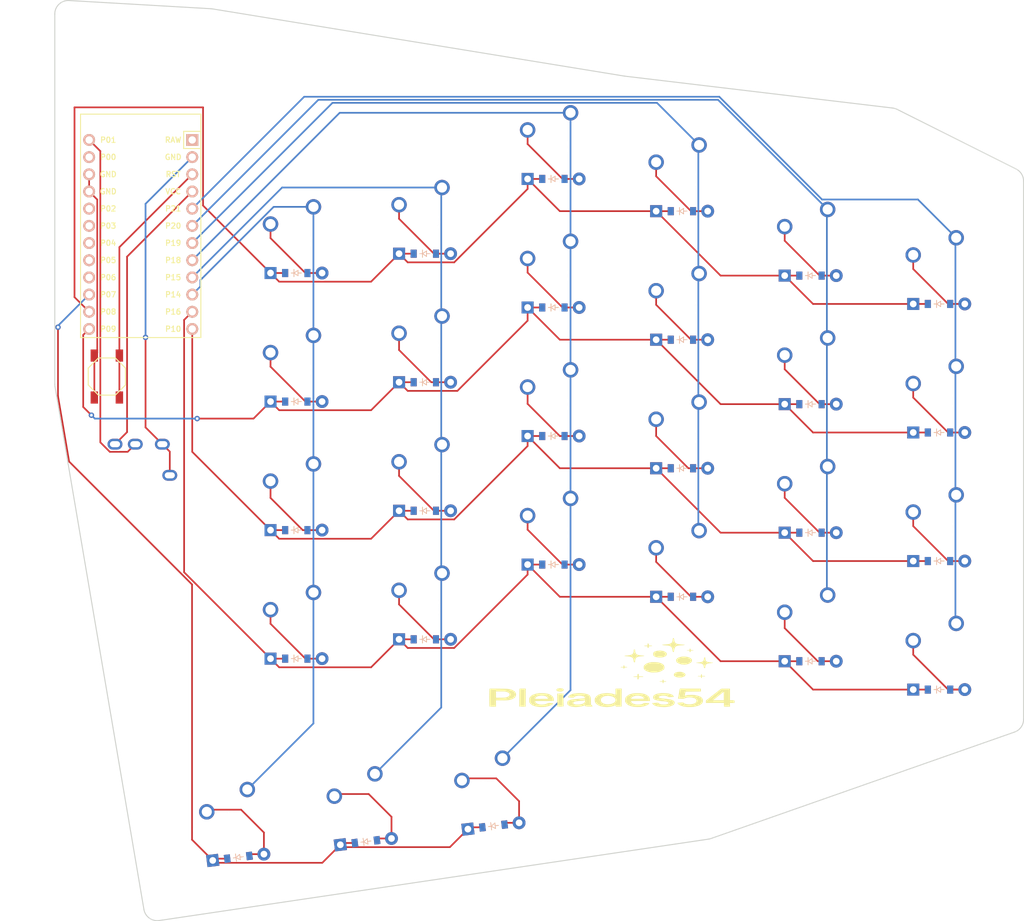
<source format=kicad_pcb>
(kicad_pcb (version 20241229) (generator "pcbnew") (generator_version "9.0")
  (title_block (title "pleiades_r") (rev "v1.0.0") (company "Unknown"))
  (layers (0 "F.Cu" signal) (2 "B.Cu" signal) (13 "F.Paste" user) (15 "B.Paste" user) (5 "F.SilkS" user) (7 "B.SilkS" user) (1 "F.Mask" user) (3 "B.Mask" user) (25 "Edge.Cuts" user))
  (net 0 "")
  (net 1 "P21")
  (net 2 "mirror_inner_bot")
  (net 3 "mirror_inner_mid")
  (net 4 "mirror_inner_top")
  (net 5 "mirror_inner_num")
  (net 6 "P20")
  (net 7 "mirror_pinky_bot")
  (net 8 "mirror_pinky_mid")
  (net 9 "mirror_pinky_top")
  (net 10 "mirror_pinky_num")
  (net 11 "P19")
  (net 12 "mirror_ring_bot")
  (net 13 "mirror_ring_mid")
  (net 14 "mirror_ring_top")
  (net 15 "mirror_ring_num")
  (net 16 "P18")
  (net 17 "mirror_middle_bot")
  (net 18 "mirror_middle_mid")
  (net 19 "mirror_middle_top")
  (net 20 "mirror_middle_num")
  (net 21 "P15")
  (net 22 "mirror_point_bot")
  (net 23 "mirror_point_mid")
  (net 24 "mirror_point_top")
  (net 25 "mirror_point_num")
  (net 26 "P14")
  (net 27 "mirror_pointfar_bot")
  (net 28 "mirror_pointfar_mid")
  (net 29 "mirror_pointfar_top")
  (net 30 "mirror_pointfar_num")
  (net 31 "mirror_alt_main")
  (net 32 "mirror_mod_main")
  (net 33 "mirror_space_main")
  (net 34 "RAW")
  (net 35 "GND")
  (net 36 "RST")
  (net 37 "VCC")
  (net 38 "P16")
  (net 39 "P10")
  (net 40 "P1")
  (net 41 "P0")
  (net 42 "P2")
  (net 43 "P3")
  (net 44 "P4")
  (net 45 "P5")
  (net 46 "P6")
  (net 47 "P7")
  (net 48 "P8")
  (net 49 "P9")
  (footprint "E73:SW_TACT_ALPS_SKQGABE010" (layer "F.Cu") (at 199.283508 -38.7145 -90)
    (property "Reference" "B1" (hide yes))
    (property "Value" "" (hide yes))
  )
  (footprint "ComboDiode" (layer "F.Cu") (at 227.283508 -54.0145)
    (property "Reference" "D24" (hide yes))
    (property "Value" "" (hide yes))
  )
  (footprint "MX" (layer "F.Cu") (at 227.283508 -1.7145)
    (property "Reference" "S21" (hide yes))
    (property "Value" "" (hide yes))
  )
  (footprint "ComboDiode" (layer "F.Cu") (at 265.283508 -67.921)
    (property "Reference" "D16" (hide yes))
    (property "Value" "" (hide yes))
  )
  (footprint "MX" (layer "F.Cu") (at 322.283508 2.8575)
    (property "Reference" "S1" (hide yes))
    (property "Value" "" (hide yes))
  )
  (footprint "MX" (layer "F.Cu") (at 227.283508 -20.7145)
    (property "Reference" "S22" (hide yes))
    (property "Value" "" (hide yes))
  )
  (footprint "MX" (layer "F.Cu") (at 265.283508 -72.621)
    (property "Reference" "S16" (hide yes))
    (property "Value" "" (hide yes))
  )
  (footprint "ComboDiode" (layer "F.Cu") (at 284.283508 -63.1585)
    (property "Reference" "D12" (hide yes))
    (property "Value" "" (hide yes))
  )
  (footprint "ComboDiode" (layer "F.Cu") (at 322.283508 -30.4425)
    (property "Reference" "D3" (hide yes))
    (property "Value" "" (hide yes))
  )
  (footprint "MX" (layer "F.Cu") (at 246.283508 -61.572)
    (property "Reference" "S20" (hide yes))
    (property "Value" "" (hide yes))
  )
  (footprint "TRRS-PJ-320A-dual" (layer "F.Cu") (at 197.283508 -28.7145 90)
    (property "Reference" "TRRS1")
    (property "Value" "TRRS-PJ-320A-dual")
  )
  (footprint "MX" (layer "F.Cu") (at 246.283508 -42.572)
    (property "Reference" "S19" (hide yes))
    (property "Value" "" (hide yes))
  )
  (footprint "MX" (layer "F.Cu") (at 227.283508 -58.7145)
    (property "Reference" "S24" (hide yes))
    (property "Value" "" (hide yes))
  )
  (footprint "MX" (layer "F.Cu") (at 284.283508 -48.8585)
    (property "Reference" "S11" (hide yes))
    (property "Value" "" (hide yes))
  )
  (footprint "ComboDiode" (layer "F.Cu") (at 256.431293 27.715467 7)
    (property "Reference" "D25" (hide yes))
    (property "Value" "" (hide yes))
  )
  (footprint "MX" (layer "F.Cu") (at 303.283508 -58.3335)
    (property "Reference" "S8" (hide yes))
    (property "Value" "" (hide yes))
  )
  (footprint "MX" (layer "F.Cu") (at 265.283508 -34.621)
    (property "Reference" "S14" (hide yes))
    (property "Value" "" (hide yes))
  )
  (footprint "MX" (layer "F.Cu") (at 284.283508 -29.8585)
    (property "Reference" "S10" (hide yes))
    (property "Value" "" (hide yes))
  )
  (footprint "MX" (layer "F.Cu") (at 237.000131 25.366017 7)
    (property "Reference" "S26" (hide yes))
    (property "Value" "" (hide yes))
  )
  (footprint "MX" (layer "F.Cu") (at 265.283508 -15.621)
    (property "Reference" "S13" (hide yes))
    (property "Value" "" (hide yes))
  )
  (footprint "MX" (layer "F.Cu") (at 322.283508 -35.1425)
    (property "Reference" "S3" (hide yes))
    (property "Value" "" (hide yes))
  )
  (footprint "MX" (layer "F.Cu") (at 246.283508 -4.572)
    (property "Reference" "S17" (hide yes))
    (property "Value" "" (hide yes))
  )
  (footprint "ComboDiode" (layer "F.Cu") (at 265.283508 -29.921)
    (property "Reference" "D14" (hide yes))
    (property "Value" "" (hide yes))
  )
  (footprint "MX" (layer "F.Cu") (at 255.858508 23.0505 7)
    (property "Reference" "S25" (hide yes))
    (property "Value" "" (hide yes))
  )
  (footprint "ComboDiode" (layer "F.Cu") (at 322.283508 -11.4425)
    (property "Reference" "D2" (hide yes))
    (property "Value" "" (hide yes))
  )
  (footprint "ComboDiode" (layer "F.Cu") (at 218.71454 32.346502 7)
    (property "Reference" "D27" (hide yes))
    (property "Value" "" (hide yes))
  )
  (footprint "MX" (layer "F.Cu") (at 303.283508 -1.3335)
    (property "Reference" "S5" (hide yes))
    (property "Value" "" (hide yes))
  )
  (footprint "MX" (layer "F.Cu") (at 322.283508 -16.1425)
    (property "Reference" "S2" (hide yes))
    (property "Value" "" (hide yes))
  )
  (footprint "ComboDiode" (layer "F.Cu") (at 303.283508 -15.6335)
    (property "Reference" "D6" (hide yes))
    (property "Value" "" (hide yes))
  )
  (footprint "ComboDiode" (layer "F.Cu") (at 303.283508 -34.6335)
    (property "Reference" "D7" (hide yes))
    (property "Value" "" (hide yes))
  )
  (footprint "MX" (layer "F.Cu") (at 265.283508 -53.621)
    (property "Reference" "S15" (hide yes))
    (property "Value" "" (hide yes))
  )
  (footprint "ComboDiode" (layer "F.Cu") (at 322.283508 -49.4425)
    (property "Reference" "D4" (hide yes))
    (property "Value" "" (hide yes))
  )
  (footprint "MX" (layer "F.Cu") (at 284.283508 -10.8585)
    (property "Reference" "S9" (hide yes))
    (property "Value" "" (hide yes))
  )
  (footprint "ComboDiode" (layer "F.Cu") (at 246.283508 -56.872)
    (property "Reference" "D20" (hide yes))
    (property "Value" "" (hide yes))
  )
  (footprint "pleiades:testus" (layer "F.Cu") (at 274 5.5)
    (property "Reference" "G***" (hide yes))
    (property "Value" "LOGO" (hide yes))
  )
  (footprint "ProMicro" (layer "F.Cu") (at 204.283508 -59.7145 -90)
    (property "Reference" "MCU1" (hide yes))
    (property "Value" "" (hide yes))
  )
  (footprint "ComboDiode" (layer "F.Cu") (at 303.283508 -53.6335)
    (property "Reference" "D8" (hide yes))
    (property "Value" "" (hide yes))
  )
  (footprint "ComboDiode" (layer "F.Cu") (at 265.283508 -48.921)
    (property "Reference" "D15" (hide yes))
    (property "Value" "" (hide yes))
  )
  (footprint "ComboDiode" (layer "F.Cu") (at 246.283508 0.128)
    (property "Reference" "D17" (hide yes))
    (property "Value" "" (hide yes))
  )
  (footprint "ComboDiode" (layer "F.Cu") (at 227.283508 -16.0145)
    (property "Reference" "D22" (hide yes))
    (property "Value" "" (hide yes))
  )
  (footprint "MX" (layer "F.Cu") (at 303.283508 -20.3335)
    (property "Reference" "S6" (hide yes))
    (property "Value" "" (hide yes))
  )
  (footprint "MX" (layer "F.Cu") (at 303.283508 -39.3335)
    (property "Reference" "S7" (hide yes))
    (property "Value" "" (hide yes))
  )
  (footprint "ComboDiode" (layer "F.Cu") (at 227.283508 2.9855)
    (property "Reference" "D21" (hide yes))
    (property "Value" "" (hide yes))
  )
  (footprint "MX" (layer "F.Cu") (at 227.283508 -39.7145)
    (property "Reference" "S23" (hide yes))
    (property "Value" "" (hide yes))
  )
  (footprint "ComboDiode" (layer "F.Cu") (at 265.283508 -10.921)
    (property "Reference" "D13" (hide yes))
    (property "Value" "" (hide yes))
  )
  (footprint "MX" (layer "F.Cu") (at 246.283508 -23.572)
    (property "Reference" "S18" (hide yes))
    (property "Value" "" (hide yes))
  )
  (footprint "ComboDiode" (layer "F.Cu") (at 284.283508 -6.1585)
    (property "Reference" "D9" (hide yes))
    (property "Value" "" (hide yes))
  )
  (footprint "ComboDiode" (layer "F.Cu") (at 303.283508 3.3665)
    (property "Reference" "D5" (hide yes))
    (property "Value" "" (hide yes))
  )
  (footprint "ComboDiode" (layer "F.Cu") (at 246.283508 -37.872)
    (property "Reference" "D19" (hide yes))
    (property "Value" "" (hide yes))
  )
  (footprint "ComboDiode" (layer "F.Cu") (at 246.283508 -18.872)
    (property "Reference" "D18" (hide yes))
    (property "Value" "" (hide yes))
  )
  (footprint "MX" (layer "F.Cu") (at 322.283508 -54.1425)
    (property "Reference" "S4" (hide yes))
    (property "Value" "" (hide yes))
  )
  (footprint "ComboDiode" (layer "F.Cu") (at 284.283508 -44.1585)
    (property "Reference" "D11" (hide yes))
    (property "Value" "" (hide yes))
  )
  (footprint "MX" (layer "F.Cu") (at 218.141754 27.681535 7)
    (property "Reference" "S27" (hide yes))
    (property "Value" "" (hide yes))
  )
  (footprint "ComboDiode" (layer "F.Cu") (at 237.572917 30.030984 7)
    (property "Reference" "D26" (hide yes))
    (property "Value" "" (hide yes))
  )
  (footprint "ComboDiode" (layer "F.Cu") (at 284.283508 -25.1585)
    (property "Reference" "D10" (hide yes))
    (property "Value" "" (hide yes))
  )
  (footprint "MX" (layer "F.Cu") (at 284.283508 -67.8585)
    (property "Reference" "S12" (hide yes))
    (property "Value" "" (hide yes))
  )
  (footprint "ComboDiode" (layer "F.Cu") (at 322.283508 7.5575)
    (property "Reference" "D1" (hide yes))
    (property "Value" "" (hide yes))
  )
  (footprint "ComboDiode" (layer "F.Cu") (at 227.283508 -35.0145)
    (property "Reference" "D23" (hide yes))
    (property "Value" "" (hide yes))
  )
  (gr_line (start 333.679816 -69.386798) (end 316.096119 -78.201783) (stroke (width 0.15)) (layer "Edge.Cuts"))
  (gr_arc (start 334.783508 11.948514) (mid 334.415048 13.105265) (end 333.445433 13.835801) (stroke (width 0.15)) (layer "Edge.Cuts"))
  (gr_arc (start 288.583378 29.570206) (mid 288.401162 29.624536) (end 288.214609 29.661316) (stroke (width 0.15)) (layer "Edge.Cuts"))
  (gr_line (start 207.023462 41.692135) (end 288.214609 29.661316) (stroke (width 0.15)) (layer "Edge.Cuts"))
  (gr_arc (start 275.826414 -83.115892) (mid 275.783573 -83.121463) (end 275.740863 -83.127957) (stroke (width 0.15)) (layer "Edge.Cuts"))
  (gr_arc (start 214.679683 -93.078008) (mid 214.783212 -93.069314) (end 214.886149 -93.055256) (stroke (width 0.15)) (layer "Edge.Cuts"))
  (gr_line (start 275.740863 -83.127957) (end 214.886149 -93.055256) (stroke (width 0.15)) (layer "Edge.Cuts"))
  (gr_arc (start 315.436265 -78.399843) (mid 315.774784 -78.329439) (end 316.096119 -78.201783) (stroke (width 0.15)) (layer "Edge.Cuts"))
  (gr_arc (start 333.679817 -69.386797) (mid 334.485362 -68.649452) (end 334.783508 -67.598885) (stroke (width 0.15)) (layer "Edge.Cuts"))
  (gr_line (start 288.583378 29.570206) (end 333.445433 13.835801) (stroke (width 0.15)) (layer "Edge.Cuts"))
  (gr_line (start 191.583508 -92.295421) (end 191.583508 -37.583369) (stroke (width 0.15)) (layer "Edge.Cuts"))
  (gr_line (start 191.611822 -37.248022) (end 204.75862 40.049084) (stroke (width 0.15)) (layer "Edge.Cuts"))
  (gr_line (start 315.436266 -78.399843) (end 275.826414 -83.115891) (stroke (width 0.15)) (layer "Edge.Cuts"))
  (gr_line (start 214.679683 -93.078008) (end 193.699047 -94.292081) (stroke (width 0.15)) (layer "Edge.Cuts"))
  (gr_arc (start 207.023462 41.692135) (mid 205.555882 41.332604) (end 204.75862 40.049084) (stroke (width 0.15)) (layer "Edge.Cuts"))
  (gr_arc (start 191.611823 -37.248022) (mid 191.590599 -37.415099) (end 191.583508 -37.583369) (stroke (width 0.15)) (layer "Edge.Cuts"))
  (gr_line (start 334.783508 11.948513) (end 334.783508 -67.598885) (stroke (width 0.15)) (layer "Edge.Cuts"))
  (gr_arc (start 191.583508 -92.295421) (mid 192.210751 -93.74991) (end 193.699047 -94.292081) (stroke (width 0.15)) (layer "Edge.Cuts"))
  (segment (start 304.992318 -64.8825) (end 289.802818 -80.072) (width 0.25) (layer "B.Cu") (net 1))
  (segment (start 228.451008 -80.072) (end 211.903508 -63.5245) (width 0.25) (layer "B.Cu") (net 1))
  (segment (start 324.709508 -59.1085) (end 324.709508 -2.3365) (width 0.25) (layer "B.Cu") (net 1))
  (segment (start 324.823508 -59.2225) (end 319.163508 -64.8825) (width 0.25) (layer "B.Cu") (net 1))
  (segment (start 324.823508 -59.2225) (end 324.709508 -59.1085) (width 0.25) (layer "B.Cu") (net 1))
  (segment (start 289.802818 -80.072) (end 228.451008 -80.072) (width 0.25) (layer "B.Cu") (net 1))
  (segment (start 324.709508 -2.3365) (end 324.823508 -2.2225) (width 0.25) (layer "B.Cu") (net 1))
  (segment (start 319.163508 -64.8825) (end 304.992318 -64.8825) (width 0.25) (layer "B.Cu") (net 1))
  (segment (start 318.473508 2.399045) (end 318.473508 0.3175) (width 0.25) (layer "F.Cu") (net 2))
  (segment (start 323.631963 7.5575) (end 318.473508 2.399045) (width 0.25) (layer "F.Cu") (net 2))
  (segment (start 326.093508 7.5575) (end 323.631963 7.5575) (width 0.25) (layer "F.Cu") (net 2))
  (segment (start 323.933508 7.5575) (end 326.093508 7.5575) (width 0.25) (layer "F.Cu") (net 2))
  (segment (start 323.631963 -11.4425) (end 326.093508 -11.4425) (width 0.25) (layer "F.Cu") (net 3))
  (segment (start 318.473508 -18.6825) (end 318.473508 -16.600955) (width 0.25) (layer "F.Cu") (net 3))
  (segment (start 318.473508 -16.600955) (end 323.631963 -11.4425) (width 0.25) (layer "F.Cu") (net 3))
  (segment (start 318.473508 -35.600955) (end 323.631963 -30.4425) (width 0.25) (layer "F.Cu") (net 4))
  (segment (start 323.631963 -30.4425) (end 326.093508 -30.4425) (width 0.25) (layer "F.Cu") (net 4))
  (segment (start 318.473508 -37.6825) (end 318.473508 -35.600955) (width 0.25) (layer "F.Cu") (net 4))
  (segment (start 323.631963 -49.4425) (end 326.093508 -49.4425) (width 0.25) (layer "F.Cu") (net 5))
  (segment (start 318.473508 -54.600955) (end 323.631963 -49.4425) (width 0.25) (layer "F.Cu") (net 5))
  (segment (start 318.473508 -56.6825) (end 318.473508 -54.600955) (width 0.25) (layer "F.Cu") (net 5))
  (segment (start 305.823508 -63.4135) (end 289.616008 -79.621) (width 0.25) (layer "B.Cu") (net 6))
  (segment (start 289.616008 -79.621) (end 230.540008 -79.621) (width 0.25) (layer "B.Cu") (net 6))
  (segment (start 230.540008 -79.621) (end 211.903508 -60.9845) (width 0.25) (layer "B.Cu") (net 6))
  (segment (start 305.709508 -6.5275) (end 305.823508 -6.4135) (width 0.25) (layer "B.Cu") (net 6))
  (segment (start 305.823508 -63.4135) (end 305.709508 -63.2995) (width 0.25) (layer "B.Cu") (net 6))
  (segment (start 305.709508 -63.2995) (end 305.709508 -6.5275) (width 0.25) (layer "B.Cu") (net 6))
  (segment (start 304.3665 3.3665) (end 307.093508 3.3665) (width 0.25) (layer "F.Cu") (net 7))
  (segment (start 299.473508 -1.526492) (end 304.3665 3.3665) (width 0.25) (layer "F.Cu") (net 7))
  (segment (start 299.473508 -3.8735) (end 299.473508 -1.526492) (width 0.25) (layer "F.Cu") (net 7))
  (segment (start 299.473508 -20.791955) (end 304.631963 -15.6335) (width 0.25) (layer "F.Cu") (net 8))
  (segment (start 304.631963 -15.6335) (end 307.093508 -15.6335) (width 0.25) (layer "F.Cu") (net 8))
  (segment (start 299.473508 -22.8735) (end 299.473508 -20.791955) (width 0.25) (layer "F.Cu") (net 8))
  (segment (start 299.473508 -39.791955) (end 304.631963 -34.6335) (width 0.25) (layer "F.Cu") (net 9))
  (segment (start 299.473508 -41.8735) (end 299.473508 -39.791955) (width 0.25) (layer "F.Cu") (net 9))
  (segment (start 304.631963 -34.6335) (end 307.093508 -34.6335) (width 0.25) (layer "F.Cu") (net 9))
  (segment (start 299.473508 -58.791955) (end 304.631963 -53.6335) (width 0.25) (layer "F.Cu") (net 10))
  (segment (start 299.473508 -60.8735) (end 299.473508 -58.791955) (width 0.25) (layer "F.Cu") (net 10))
  (segment (start 304.631963 -53.6335) (end 307.093508 -53.6335) (width 0.25) (layer "F.Cu") (net 10))
  (segment (start 286.709508 -16.0525) (end 286.823508 -15.9385) (width 0.25) (layer "B.Cu") (net 11))
  (segment (start 286.823508 -72.9385) (end 280.592008 -79.17) (width 0.25) (layer "B.Cu") (net 11))
  (segment (start 286.823508 -72.9385) (end 286.709508 -72.8245) (width 0.25) (layer "B.Cu") (net 11))
  (segment (start 280.592008 -79.17) (end 232.629008 -79.17) (width 0.25) (layer "B.Cu") (net 11))
  (segment (start 232.629008 -79.17) (end 211.903508 -58.4445) (width 0.25) (layer "B.Cu") (net 11))
  (segment (start 286.709508 -72.8245) (end 286.709508 -16.0525) (width 0.25) (layer "B.Cu") (net 11))
  (segment (start 280.473508 -11.316955) (end 285.631963 -6.1585) (width 0.25) (layer "F.Cu") (net 12))
  (segment (start 280.473508 -13.3985) (end 280.473508 -11.316955) (width 0.25) (layer "F.Cu") (net 12))
  (segment (start 285.631963 -6.1585) (end 288.093508 -6.1585) (width 0.25) (layer "F.Cu") (net 12))
  (segment (start 280.473508 -29.9185) (end 285.233508 -25.1585) (width 0.25) (layer "F.Cu") (net 13))
  (segment (start 285.233508 -25.1585) (end 288.093508 -25.1585) (width 0.25) (layer "F.Cu") (net 13))
  (segment (start 280.473508 -32.3985) (end 280.473508 -29.9185) (width 0.25) (layer "F.Cu") (net 13))
  (segment (start 285.631963 -44.1585) (end 288.093508 -44.1585) (width 0.25) (layer "F.Cu") (net 14))
  (segment (start 280.473508 -51.3985) (end 280.473508 -49.316955) (width 0.25) (layer "F.Cu") (net 14))
  (segment (start 280.473508 -49.316955) (end 285.631963 -44.1585) (width 0.25) (layer "F.Cu") (net 14))
  (segment (start 280.473508 -70.3985) (end 280.473508 -68.316955) (width 0.25) (layer "F.Cu") (net 15))
  (segment (start 280.473508 -68.316955) (end 285.631963 -63.1585) (width 0.25) (layer "F.Cu") (net 15))
  (segment (start 285.631963 -63.1585) (end 288.093508 -63.1585) (width 0.25) (layer "F.Cu") (net 15))
  (segment (start 267.815008 -77.6925) (end 267.815008 7.644288) (width 0.25) (layer "B.Cu") (net 16))
  (segment (start 267.823508 -77.701) (end 267.815008 -77.6925) (width 0.25) (layer "B.Cu") (net 16))
  (segment (start 267.823508 -77.701) (end 233.700008 -77.701) (width 0.25) (layer "B.Cu") (net 16))
  (segment (start 233.700008 -77.701) (end 211.903508 -55.9045) (width 0.25) (layer "B.Cu") (net 16))
  (segment (start 267.815008 7.644288) (end 257.760479 17.698817) (width 0.25) (layer "B.Cu") (net 16))
  (segment (start 266.631963 -10.921) (end 269.093508 -10.921) (width 0.25) (layer "F.Cu") (net 17))
  (segment (start 261.473508 -16.079455) (end 266.631963 -10.921) (width 0.25) (layer "F.Cu") (net 17))
  (segment (start 261.473508 -18.161) (end 261.473508 -16.079455) (width 0.25) (layer "F.Cu") (net 17))
  (segment (start 266.233508 -29.921) (end 269.093508 -29.921) (width 0.25) (layer "F.Cu") (net 18))
  (segment (start 261.473508 -37.161) (end 261.473508 -34.681) (width 0.25) (layer "F.Cu") (net 18))
  (segment (start 261.473508 -34.681) (end 266.233508 -29.921) (width 0.25) (layer "F.Cu") (net 18))
  (segment (start 261.473508 -54.079455) (end 266.631963 -48.921) (width 0.25) (layer "F.Cu") (net 19))
  (segment (start 266.631963 -48.921) (end 269.093508 -48.921) (width 0.25) (layer "F.Cu") (net 19))
  (segment (start 261.473508 -56.161) (end 261.473508 -54.079455) (width 0.25) (layer "F.Cu") (net 19))
  (segment (start 261.473508 -75.161) (end 261.473508 -73.079455) (width 0.25) (layer "F.Cu") (net 20))
  (segment (start 261.473508 -73.079455) (end 266.631963 -67.921) (width 0.25) (layer "F.Cu") (net 20))
  (segment (start 266.631963 -67.921) (end 269.093508 -67.921) (width 0.25) (layer "F.Cu") (net 20))
  (segment (start 248.709508 10.206928) (end 238.902102 20.014334) (width 0.25) (layer "B.Cu") (net 21))
  (segment (start 225.191008 -66.652) (end 211.903508 -53.3645) (width 0.25) (layer "B.Cu") (net 21))
  (segment (start 248.823508 -66.652) (end 248.709508 -66.538) (width 0.25) (layer "B.Cu") (net 21))
  (segment (start 248.709508 -66.538) (end 248.709508 10.206928) (width 0.25) (layer "B.Cu") (net 21))
  (segment (start 248.823508 -66.652) (end 225.191008 -66.652) (width 0.25) (layer "B.Cu") (net 21))
  (segment (start 247.631963 0.128) (end 250.093508 0.128) (width 0.25) (layer "F.Cu") (net 22))
  (segment (start 242.473508 -7.112) (end 242.473508 -5.030455) (width 0.25) (layer "F.Cu") (net 22))
  (segment (start 242.473508 -5.030455) (end 247.631963 0.128) (width 0.25) (layer "F.Cu") (net 22))
  (segment (start 247.628 -18.872) (end 250.093508 -18.872) (width 0.25) (layer "F.Cu") (net 23))
  (segment (start 242.473508 -24.026492) (end 247.628 -18.872) (width 0.25) (layer "F.Cu") (net 23))
  (segment (start 242.473508 -26.112) (end 242.473508 -24.026492) (width 0.25) (layer "F.Cu") (net 23))
  (segment (start 247.233508 -37.872) (end 250.093508 -37.872) (width 0.25) (layer "F.Cu") (net 24))
  (segment (start 242.473508 -42.632) (end 247.233508 -37.872) (width 0.25) (layer "F.Cu") (net 24))
  (segment (start 242.473508 -45.112) (end 242.473508 -42.632) (width 0.25) (layer "F.Cu") (net 24))
  (segment (start 247.628 -56.872) (end 250.093508 -56.872) (width 0.25) (layer "F.Cu") (net 25))
  (segment (start 242.473508 -62.026492) (end 247.628 -56.872) (width 0.25) (layer "F.Cu") (net 25))
  (segment (start 242.473508 -64.112) (end 242.473508 -62.026492) (width 0.25) (layer "F.Cu") (net 25))
  (segment (start 229.815008 -63.786) (end 229.815008 12.558569) (width 0.25) (layer "B.Cu") (net 26))
  (segment (start 229.823508 -63.7945) (end 229.815008 -63.786) (width 0.25) (layer "B.Cu") (net 26))
  (segment (start 213.105808 -52.0268) (end 211.903508 -50.8245) (width 0.25) (layer "B.Cu") (net 26))
  (segment (start 223.936028 -63.7945) (end 213.105808 -52.96428) (width 0.25) (layer "B.Cu") (net 26))
  (segment (start 229.815008 12.558569) (end 220.043725 22.329852) (width 0.25) (layer "B.Cu") (net 26))
  (segment (start 229.823508 -63.7945) (end 223.936028 -63.7945) (width 0.25) (layer "B.Cu") (net 26))
  (segment (start 213.105808 -52.96428) (end 213.105808 -52.0268) (width 0.25) (layer "B.Cu") (net 26))
  (segment (start 223.473508 -2.172955) (end 228.631963 2.9855) (width 0.25) (layer "F.Cu") (net 27))
  (segment (start 223.473508 -4.2545) (end 223.473508 -2.172955) (width 0.25) (layer "F.Cu") (net 27))
  (segment (start 228.631963 2.9855) (end 231.093508 2.9855) (width 0.25) (layer "F.Cu") (net 27))
  (segment (start 223.473508 -23.2545) (end 223.473508 -20.7745) (width 0.25) (layer "F.Cu") (net 28))
  (segment (start 223.473508 -20.7745) (end 228.233508 -16.0145) (width 0.25) (layer "F.Cu") (net 28))
  (segment (start 228.233508 -16.0145) (end 231.093508 -16.0145) (width 0.25) (layer "F.Cu") (net 28))
  (segment (start 223.473508 -40.172955) (end 228.631963 -35.0145) (width 0.25) (layer "F.Cu") (net 29))
  (segment (start 223.473508 -42.2545) (end 223.473508 -40.172955) (width 0.25) (layer "F.Cu") (net 29))
  (segment (start 228.631963 -35.0145) (end 231.093508 -35.0145) (width 0.25) (layer "F.Cu") (net 29))
  (segment (start 223.473508 -61.2545) (end 223.473508 -59.172955) (width 0.25) (layer "F.Cu") (net 30))
  (segment (start 223.473508 -59.172955) (end 228.631963 -54.0145) (width 0.25) (layer "F.Cu") (net 30))
  (segment (start 228.631963 -54.0145) (end 231.093508 -54.0145) (width 0.25) (layer "F.Cu") (net 30))
  (segment (start 260.212894 24.053341) (end 260.212894 27.251145) (width 0.25) (layer "F.Cu") (net 31))
  (segment (start 251.767359 20.993755) (end 252.080514 20.6806) (width 0.25) (layer "F.Cu") (net 31))
  (segment (start 252.080514 20.6806) (end 256.840153 20.6806) (width 0.25) (layer "F.Cu") (net 31))
  (segment (start 258.332232 27.251145) (end 258.068994 27.514383) (width 0.25) (layer "F.Cu") (net 31))
  (segment (start 260.212894 27.251145) (end 258.332232 27.251145) (width 0.25) (layer "F.Cu") (net 31))
  (segment (start 256.840153 20.6806) (end 260.212894 24.053341) (width 0.25) (layer "F.Cu") (net 31))
  (segment (start 259.949656 27.514383) (end 260.212894 27.251145) (width 0.25) (layer "F.Cu") (net 31))
  (segment (start 239.473856 29.566662) (end 239.210618 29.8299) (width 0.25) (layer "F.Cu") (net 32))
  (segment (start 241.354518 29.566662) (end 239.473856 29.566662) (width 0.25) (layer "F.Cu") (net 32))
  (segment (start 237.981776 22.996117) (end 241.354518 26.368859) (width 0.25) (layer "F.Cu") (net 32))
  (segment (start 233.222137 22.996117) (end 237.981776 22.996117) (width 0.25) (layer "F.Cu") (net 32))
  (segment (start 232.908982 23.309272) (end 233.222137 22.996117) (width 0.25) (layer "F.Cu") (net 32))
  (segment (start 241.09128 29.8299) (end 241.354518 29.566662) (width 0.25) (layer "F.Cu") (net 32))
  (segment (start 241.354518 26.368859) (end 241.354518 29.566662) (width 0.25) (layer "F.Cu") (net 32))
  (segment (start 214.050605 25.550605) (end 214 25.5) (width 0.25) (layer "F.Cu") (net 33))
  (segment (start 222.496141 28.684377) (end 222.496141 31.88218) (width 0.25) (layer "F.Cu") (net 33))
  (segment (start 220.615479 31.88218) (end 220.352241 32.145418) (width 0.25) (layer "F.Cu") (net 33))
  (segment (start 214.050605 25.62479) (end 214.36376 25.311635) (width 0.25) (layer "F.Cu") (net 33))
  (segment (start 222.496141 31.88218) (end 220.615479 31.88218) (width 0.25) (layer "F.Cu") (net 33))
  (segment (start 214.36376 25.311635) (end 219.123399 25.311635) (width 0.25) (layer "F.Cu") (net 33))
  (segment (start 214.050605 25.62479) (end 214.050605 25.550605) (width 0.25) (layer "F.Cu") (net 33))
  (segment (start 219.123399 25.311635) (end 222.496141 28.684377) (width 0.25) (layer "F.Cu") (net 33))
  (segment (start 222.232903 32.145418) (end 222.496141 31.88218) (width 0.25) (layer "F.Cu") (net 33))
  (segment (start 196.663508 -66.0645) (end 196.663508 -68.6045) (width 0.25) (layer "F.Cu") (net 35))
  (segment (start 197.433508 -35.6145) (end 197.433508 -41.8145) (width 0.25) (layer "F.Cu") (net 35))
  (segment (start 197.865808 -64.8622) (end 196.663508 -66.0645) (width 0.25) (layer "F.Cu") (net 35))
  (segment (start 208.583508 -24.1145) (end 208.583508 -27.6145) (width 0.25) (layer "F.Cu") (net 35))
  (segment (start 207.483508 -28.7145) (end 205 -31.198008) (width 0.25) (layer "F.Cu") (net 35))
  (segment (start 205 -31.198008) (end 205 -44.5) (width 0.25) (layer "F.Cu") (net 35))
  (segment (start 197.433508 -41.8145) (end 197.865808 -42.2468) (width 0.25) (layer "F.Cu") (net 35))
  (segment (start 208.583508 -27.6145) (end 207.483508 -28.7145) (width 0.25) (layer "F.Cu") (net 35))
  (segment (start 197.865808 -42.2468) (end 197.865808 -64.8622) (width 0.25) (layer "F.Cu") (net 35))
  (via (at 205 -44.5) (size 0.8) (drill 0.4) (layers "F.Cu" "B.Cu") (net 35))
  (segment (start 205 -64.240992) (end 211.903508 -71.1445) (width 0.25) (layer "B.Cu") (net 35))
  (segment (start 205 -44.5) (end 205 -64.240992) (width 0.25) (layer "B.Cu") (net 35))
  (segment (start 201.133508 -35.6145) (end 201.133508 -41.8145) (width 0.25) (layer "F.Cu") (net 36))
  (segment (start 201.133508 -57.8345) (end 211.903508 -68.6045) (width 0.25) (layer "F.Cu") (net 36))
  (segment (start 201.133508 -41.8145) (end 201.133508 -57.8345) (width 0.25) (layer "F.Cu") (net 36))
  (segment (start 202.269008 -56.43) (end 211.903508 -66.0645) (width 0.25) (layer "F.Cu") (net 37))
  (segment (start 202.269008 -30.5) (end 202.269008 -56.43) (width 0.25) (layer "F.Cu") (net 37))
  (segment (start 200.483508 -28.7145) (end 202.269008 -30.5) (width 0.25) (layer "F.Cu") (net 37))
  (segment (start 250.623081 1.4065) (end 261.473508 -9.443927) (width 0.25) (layer "F.Cu") (net 38))
  (segment (start 303.664508 7.5575) (end 318.473508 7.5575) (width 0.25) (layer "F.Cu") (net 38))
  (segment (start 243.752008 1.4065) (end 250.623081 1.4065) (width 0.25) (layer "F.Cu") (net 38))
  (segment (start 299.473508 3.3665) (end 303.664508 7.5575) (width 0.25) (layer "F.Cu") (net 38))
  (segment (start 238.337508 4.264) (end 242.473508 0.128) (width 0.25) (layer "F.Cu") (net 38))
  (segment (start 261.473508 -10.921) (end 266.236008 -6.1585) (width 0.25) (layer "F.Cu") (net 38))
  (segment (start 223.473508 2.9855) (end 210.701208 -9.7868) (width 0.25) (layer "F.Cu") (net 38))
  (segment (start 263.633508 -10.921) (end 261.473508 -10.921) (width 0.25) (layer "F.Cu") (net 38))
  (segment (start 289.998508 3.3665) (end 299.473508 3.3665) (width 0.25) (layer "F.Cu") (net 38))
  (segment (start 210.701208 -47.0822) (end 211.903508 -48.2845) (width 0.25) (layer "F.Cu") (net 38))
  (segment (start 225.633508 2.9855) (end 223.473508 2.9855) (width 0.25) (layer "F.Cu") (net 38))
  (segment (start 242.473508 0.128) (end 243.752008 1.4065) (width 0.25) (layer "F.Cu") (net 38))
  (segment (start 301.633508 3.3665) (end 299.473508 3.3665) (width 0.25) (layer "F.Cu") (net 38))
  (segment (start 266.236008 -6.1585) (end 280.473508 -6.1585) (width 0.25) (layer "F.Cu") (net 38))
  (segment (start 320.633508 7.5575) (end 318.473508 7.5575) (width 0.25) (layer "F.Cu") (net 38))
  (segment (start 244.633508 0.128) (end 242.473508 0.128) (width 0.25) (layer "F.Cu") (net 38))
  (segment (start 261.473508 -9.443927) (end 261.473508 -10.921) (width 0.25) (layer "F.Cu") (net 38))
  (segment (start 210.701208 -9.7868) (end 210.701208 -47.0822) (width 0.25) (layer "F.Cu") (net 38))
  (segment (start 223.473508 2.9855) (end 224.752008 4.264) (width 0.25) (layer "F.Cu") (net 38))
  (segment (start 282.633508 -6.1585) (end 280.473508 -6.1585) (width 0.25) (layer "F.Cu") (net 38))
  (segment (start 280.473508 -6.1585) (end 289.998508 3.3665) (width 0.25) (layer "F.Cu") (net 38))
  (segment (start 224.752008 4.264) (end 238.337508 4.264) (width 0.25) (layer "F.Cu") (net 38))
  (segment (start 223.473508 -16.0145) (end 224.752008 -14.736) (width 0.25) (layer "F.Cu") (net 39))
  (segment (start 261.473508 -29.921) (end 266.236008 -25.1585) (width 0.25) (layer "F.Cu") (net 39))
  (segment (start 320.633508 -11.4425) (end 318.473508 -11.4425) (width 0.25) (layer "F.Cu") (net 39))
  (segment (start 224.752008 -14.736) (end 238.337508 -14.736) (width 0.25) (layer "F.Cu") (net 39))
  (segment (start 250.623081 -17.5935) (end 261.473508 -28.443927) (width 0.25) (layer "F.Cu") (net 39))
  (segment (start 266.236008 -25.1585) (end 280.473508 -25.1585) (width 0.25) (layer "F.Cu") (net 39))
  (segment (start 301.633508 -15.6335) (end 299.473508 -15.6335) (width 0.25) (layer "F.Cu") (net 39))
  (segment (start 211.903508 -27.5845) (end 211.903508 -45.7445) (width 0.25) (layer "F.Cu") (net 39))
  (segment (start 303.664508 -11.4425) (end 318.473508 -11.4425) (width 0.25) (layer "F.Cu") (net 39))
  (segment (start 243.752008 -17.5935) (end 250.623081 -17.5935) (width 0.25) (layer "F.Cu") (net 39))
  (segment (start 223.473508 -16.0145) (end 211.903508 -27.5845) (width 0.25) (layer "F.Cu") (net 39))
  (segment (start 225.633508 -16.0145) (end 223.473508 -16.0145) (width 0.25) (layer "F.Cu") (net 39))
  (segment (start 289.998508 -15.6335) (end 299.473508 -15.6335) (width 0.25) (layer "F.Cu") (net 39))
  (segment (start 263.633508 -29.921) (end 261.473508 -29.921) (width 0.25) (layer "F.Cu") (net 39))
  (segment (start 238.337508 -14.736) (end 242.473508 -18.872) (width 0.25) (layer "F.Cu") (net 39))
  (segment (start 282.633508 -25.1585) (end 280.473508 -25.1585) (width 0.25) (layer "F.Cu") (net 39))
  (segment (start 299.473508 -15.6335) (end 303.664508 -11.4425) (width 0.25) (layer "F.Cu") (net 39))
  (segment (start 280.473508 -25.1585) (end 289.998508 -15.6335) (width 0.25) (layer "F.Cu") (net 39))
  (segment (start 242.473508 -18.872) (end 243.752008 -17.5935) (width 0.25) (layer "F.Cu") (net 39))
  (segment (start 261.473508 -28.443927) (end 261.473508 -29.921) (width 0.25) (layer "F.Cu") (net 39))
  (segment (start 244.633508 -18.872) (end 242.473508 -18.872) (width 0.25) (layer "F.Cu") (net 39))
  (segment (start 199.717104 -27.5885) (end 198.316808 -28.988796) (width 0.25) (layer "F.Cu") (net 40))
  (segment (start 202.357508 -27.5885) (end 199.717104 -27.5885) (width 0.25) (layer "F.Cu") (net 40))
  (segment (start 203.483508 -28.7145) (end 202.357508 -27.5885) (width 0.25) (layer "F.Cu") (net 40))
  (segment (start 198.316808 -72.0312) (end 196.663508 -73.6845) (width 0.25) (layer "F.Cu") (net 40))
  (segment (start 198.316808 -28.988796) (end 198.316808 -72.0312) (width 0.25) (layer "F.Cu") (net 40))
  (segment (start 231.125942 33.16068) (end 233.791316 30.495306) (width 0.25) (layer "F.Cu") (net 47))
  (segment (start 214.932939 32.810824) (end 211.87272 29.750605) (width 0.25) (layer "F.Cu") (net 47))
  (segment (start 233.791316 30.495306) (end 234.141172 30.845162) (width 0.25) (layer "F.Cu") (net 47))
  (segment (start 192.058508 -35.82047) (end 192.058508 -46) (width 0.25) (layer "F.Cu") (net 47))
  (segment (start 211.87272 29.750605) (end 211.87272 -7.977478) (width 0.25) (layer "F.Cu") (net 47))
  (segment (start 234.141172 30.845162) (end 249.984319 30.845162) (width 0.25) (layer "F.Cu") (net 47))
  (segment (start 215.196177 32.547586) (end 214.932939 32.810824) (width 0.25) (layer "F.Cu") (net 47))
  (segment (start 234.054554 30.232068) (end 233.791316 30.495306) (width 0.25) (layer "F.Cu") (net 47))
  (segment (start 249.984319 30.845162) (end 252.649692 28.179789) (width 0.25) (layer "F.Cu") (net 47))
  (segment (start 193.703905 -26.146293) (end 192.058508 -35.82047) (width 0.25) (layer "F.Cu") (net 47))
  (segment (start 252.91293 27.916551) (end 252.649692 28.179789) (width 0.25) (layer "F.Cu") (net 47))
  (segment (start 214.932939 32.810824) (end 215.282795 33.16068) (width 0.25) (layer "F.Cu") (net 47))
  (segment (start 217.076839 32.547586) (end 215.196177 32.547586) (width 0.25) (layer "F.Cu") (net 47))
  (segment (start 254.793592 27.916551) (end 252.91293 27.916551) (width 0.25) (layer "F.Cu") (net 47))
  (segment (start 215.282795 33.16068) (end 231.125942 33.16068) (width 0.25) (layer "F.Cu") (net 47))
  (segment (start 211.87272 -7.977478) (end 193.703905 -26.146293) (width 0.25) (layer "F.Cu") (net 47))
  (segment (start 235.935216 30.232068) (end 234.054554 30.232068) (width 0.25) (layer "F.Cu") (net 47))
  (via (at 192.058508 -46) (size 0.8) (drill 0.4) (layers "F.Cu" "B.Cu") (net 47))
  (segment (start 192.058508 -46.2195) (end 196.663508 -50.8245) (width 0.25) (layer "B.Cu") (net 47))
  (segment (start 192.058508 -46) (end 192.058508 -46.2195) (width 0.25) (layer "B.Cu") (net 47))
  (segment (start 250.623081 -55.5935) (end 261.473508 -66.443927) (width 0.25) (layer "F.Cu") (net 48))
  (segment (start 261.473508 -66.443927) (end 261.473508 -67.921) (width 0.25) (layer "F.Cu") (net 48))
  (segment (start 299.473508 -53.6335) (end 303.664508 -49.4425) (width 0.25) (layer "F.Cu") (net 48))
  (segment (start 225.633508 -54.0145) (end 223.473508 -54.0145) (width 0.25) (layer "F.Cu") (net 48))
  (segment (start 223.473508 -54.0145) (end 224.752008 -52.736) (width 0.25) (layer "F.Cu") (net 48))
  (segment (start 223.473508 -54.0145) (end 213.5 -63.988008) (width 0.25) (layer "F.Cu") (net 48))
  (segment (start 303.664508 -49.4425) (end 318.473508 -49.4425) (width 0.25) (layer "F.Cu") (net 48))
  (segment (start 194.5 -50.448008) (end 196.663508 -48.2845) (width 0.25) (layer "F.Cu") (net 48))
  (segment (start 242.473508 -56.872) (end 243.752008 -55.5935) (width 0.25) (layer "F.Cu") (net 48))
  (segment (start 238.337508 -52.736) (end 242.473508 -56.872) (width 0.25) (layer "F.Cu") (net 48))
  (segment (start 263.633508 -67.921) (end 261.473508 -67.921) (width 0.25) (layer "F.Cu") (net 48))
  (segment (start 289.998508 -53.6335) (end 299.473508 -53.6335) (width 0.25) (layer "F.Cu") (net 48))
  (segment (start 213.5 -63.988008) (end 213.5 -78.5) (width 0.25) (layer "F.Cu") (net 48))
  (segment (start 280.473508 -63.1585) (end 289.998508 -53.6335) (width 0.25) (layer "F.Cu") (net 48))
  (segment (start 301.633508 -53.6335) (end 299.473508 -53.6335) (width 0.25) (layer "F.Cu") (net 48))
  (segment (start 261.473508 -67.921) (end 266.236008 -63.1585) (width 0.25) (layer "F.Cu") (net 48))
  (segment (start 243.752008 -55.5935) (end 250.623081 -55.5935) (width 0.25) (layer "F.Cu") (net 48))
  (segment (start 320.633508 -49.4425) (end 318.473508 -49.4425) (width 0.25) (layer "F.Cu") (net 48))
  (segment (start 244.633508 -56.872) (end 242.473508 -56.872) (width 0.25) (layer "F.Cu") (net 48))
  (segment (start 224.752008 -52.736) (end 238.337508 -52.736) (width 0.25) (layer "F.Cu") (net 48))
  (segment (start 282.633508 -63.1585) (end 280.473508 -63.1585) (width 0.25) (layer "F.Cu") (net 48))
  (segment (start 194.5 -78.5) (end 194.5 -50.448008) (width 0.25) (layer "F.Cu") (net 48))
  (segment (start 213.5 -78.5) (end 194.5 -78.5) (width 0.25) (layer "F.Cu") (net 48))
  (segment (start 266.236008 -63.1585) (end 280.473508 -63.1585) (width 0.25) (layer "F.Cu") (net 48))
  (segment (start 282.633508 -44.1585) (end 280.473508 -44.1585) (width 0.25) (layer "F.Cu") (net 49))
  (segment (start 244.633508 -37.872) (end 242.473508 -37.872) (width 0.25) (layer "F.Cu") (net 49))
  (segment (start 261.473508 -48.921) (end 266.236008 -44.1585) (width 0.25) (layer "F.Cu") (net 49))
  (segment (start 261.473508 -46.973508) (end 261.473508 -48.921) (width 0.25) (layer "F.Cu") (net 49))
  (segment (start 223.473508 -35.0145) (end 220.959008 -32.5) (width 0.25) (layer "F.Cu") (net 49))
  (segment (start 238.337508 -33.736) (end 242.473508 -37.872) (width 0.25) (layer "F.Cu") (net 49))
  (segment (start 263.633508 -48.921) (end 261.473508 -48.921) (width 0.25) (layer "F.Cu") (net 49))
  (segment (start 242.473508 -37.872) (end 243.752008 -36.5935) (width 0.25) (layer "F.Cu") (net 49))
  (segment (start 195.787208 -34.212792) (end 195.787208 -44.8682) (width 0.25) (layer "F.Cu") (net 49))
  (segment (start 289.998508 -34.6335) (end 299.473508 -34.6335) (width 0.25) (layer "F.Cu") (net 49))
  (segment (start 320.633508 -30.4425) (end 318.473508 -30.4425) (width 0.25) (layer "F.Cu") (net 49))
  (segment (start 303.664508 -30.4425) (end 318.473508 -30.4425) (width 0.25) (layer "F.Cu") (net 49))
  (segment (start 195.787208 -44.8682) (end 196.663508 -45.7445) (width 0.25) (layer "F.Cu") (net 49))
  (segment (start 220.959008 -32.5) (end 212.628508 -32.5) (width 0.25) (layer "F.Cu") (net 49))
  (segment (start 224.752008 -33.736) (end 238.337508 -33.736) (width 0.25) (layer "F.Cu") (net 49))
  (segment (start 299.473508 -34.6335) (end 303.664508 -30.4425) (width 0.25) (layer "F.Cu") (net 49))
  (segment (start 243.752008 -36.5935) (end 251.0935 -36.5935) (width 0.25) (layer "F.Cu") (net 49))
  (segment (start 225.633508 -35.0145) (end 223.473508 -35.0145) (width 0.25) (layer "F.Cu") (net 49))
  (segment (start 223.473508 -35.0145) (end 224.752008 -33.736) (width 0.25) (layer "F.Cu") (net 49))
  (segment (start 301.633508 -34.6335) (end 299.473508 -34.6335) (width 0.25) (layer "F.Cu") (net 49))
  (segment (start 280.473508 -44.1585) (end 289.998508 -34.6335) (width 0.25) (layer "F.Cu") (net 49))
  (segment (start 251.0935 -36.5935) (end 261.473508 -46.973508) (width 0.25) (layer "F.Cu") (net 49))
  (segment (start 266.236008 -44.1585) (end 280.473508 -44.1585) (width 0.25) (layer "F.Cu") (net 49))
  (segment (start 197 -33) (end 195.787208 -34.212792) (width 0.25) (layer "F.Cu") (net 49))
  (via (at 212.628508 -32.5) (size 0.8) (drill 0.4) (layers "F.Cu" "B.Cu") (net 49))
  (via (at 197 -33) (size 0.8) (drill 0.4) (layers "F.Cu" "B.Cu") (net 49))
  (segment (start 212.628508 -32.5) (end 197.5 -32.5) (width 0.25) (layer "B.Cu") (net 49))
  (segment (start 197.5 -32.5) (end 197 -33) (width 0.25) (layer "B.Cu") (net 49))
)
</source>
